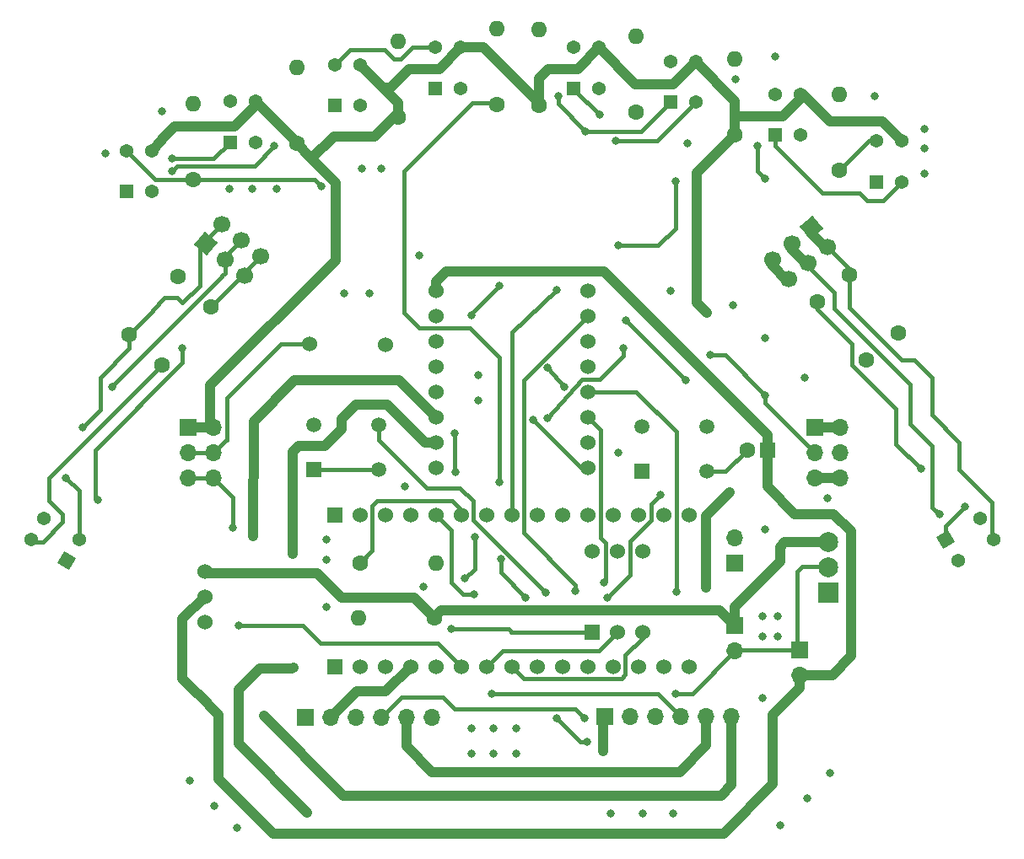
<source format=gtl>
%TF.GenerationSoftware,KiCad,Pcbnew,7.0.1*%
%TF.CreationDate,2023-06-07T19:09:20+09:00*%
%TF.ProjectId,trace,74726163-652e-46b6-9963-61645f706362,rev?*%
%TF.SameCoordinates,Original*%
%TF.FileFunction,Copper,L1,Top*%
%TF.FilePolarity,Positive*%
%FSLAX46Y46*%
G04 Gerber Fmt 4.6, Leading zero omitted, Abs format (unit mm)*
G04 Created by KiCad (PCBNEW 7.0.1) date 2023-06-07 19:09:20*
%MOMM*%
%LPD*%
G01*
G04 APERTURE LIST*
G04 Aperture macros list*
%AMHorizOval*
0 Thick line with rounded ends*
0 $1 width*
0 $2 $3 position (X,Y) of the first rounded end (center of the circle)*
0 $4 $5 position (X,Y) of the second rounded end (center of the circle)*
0 Add line between two ends*
20,1,$1,$2,$3,$4,$5,0*
0 Add two circle primitives to create the rounded ends*
1,1,$1,$2,$3*
1,1,$1,$4,$5*%
%AMRotRect*
0 Rectangle, with rotation*
0 The origin of the aperture is its center*
0 $1 length*
0 $2 width*
0 $3 Rotation angle, in degrees counterclockwise*
0 Add horizontal line*
21,1,$1,$2,0,0,$3*%
G04 Aperture macros list end*
%TA.AperFunction,ComponentPad*%
%ADD10C,1.600000*%
%TD*%
%TA.AperFunction,ComponentPad*%
%ADD11O,1.600000X1.600000*%
%TD*%
%TA.AperFunction,ComponentPad*%
%ADD12R,1.700000X1.700000*%
%TD*%
%TA.AperFunction,ComponentPad*%
%ADD13O,1.700000X1.700000*%
%TD*%
%TA.AperFunction,ComponentPad*%
%ADD14R,1.530000X1.530000*%
%TD*%
%TA.AperFunction,ComponentPad*%
%ADD15C,1.530000*%
%TD*%
%TA.AperFunction,ComponentPad*%
%ADD16C,1.524000*%
%TD*%
%TA.AperFunction,ComponentPad*%
%ADD17RotRect,1.700000X1.700000X310.000000*%
%TD*%
%TA.AperFunction,ComponentPad*%
%ADD18HorizOval,1.700000X0.000000X0.000000X0.000000X0.000000X0*%
%TD*%
%TA.AperFunction,ComponentPad*%
%ADD19R,1.508000X1.508000*%
%TD*%
%TA.AperFunction,ComponentPad*%
%ADD20C,1.508000*%
%TD*%
%TA.AperFunction,ComponentPad*%
%ADD21R,1.524000X1.524000*%
%TD*%
%TA.AperFunction,ComponentPad*%
%ADD22HorizOval,1.600000X0.000000X0.000000X0.000000X0.000000X0*%
%TD*%
%TA.AperFunction,ComponentPad*%
%ADD23RotRect,1.700000X1.700000X50.000000*%
%TD*%
%TA.AperFunction,ComponentPad*%
%ADD24HorizOval,1.700000X0.000000X0.000000X0.000000X0.000000X0*%
%TD*%
%TA.AperFunction,ComponentPad*%
%ADD25R,1.600000X1.600000*%
%TD*%
%TA.AperFunction,ComponentPad*%
%ADD26HorizOval,1.600000X0.000000X0.000000X0.000000X0.000000X0*%
%TD*%
%TA.AperFunction,ComponentPad*%
%ADD27R,1.995000X1.995000*%
%TD*%
%TA.AperFunction,ComponentPad*%
%ADD28C,1.995000*%
%TD*%
%TA.AperFunction,ComponentPad*%
%ADD29R,1.368000X1.368000*%
%TD*%
%TA.AperFunction,ComponentPad*%
%ADD30C,1.368000*%
%TD*%
%TA.AperFunction,ComponentPad*%
%ADD31RotRect,1.368000X1.368000X301.000000*%
%TD*%
%TA.AperFunction,ComponentPad*%
%ADD32RotRect,1.368000X1.368000X59.000000*%
%TD*%
%TA.AperFunction,ViaPad*%
%ADD33C,0.800000*%
%TD*%
%TA.AperFunction,Conductor*%
%ADD34C,0.400000*%
%TD*%
%TA.AperFunction,Conductor*%
%ADD35C,1.000000*%
%TD*%
G04 APERTURE END LIST*
D10*
%TO.P,R3,1*%
%TO.N,+3.3V*%
X122417500Y-60620000D03*
D11*
%TO.P,R3,2*%
%TO.N,Net-(R3-Pad2)*%
X122417500Y-53000000D03*
%TD*%
D12*
%TO.P,C2,1*%
%TO.N,+5V*%
X156217500Y-105417500D03*
D13*
%TO.P,C2,2*%
%TO.N,GND*%
X156217500Y-102877500D03*
%TD*%
D10*
%TO.P,R2,1*%
%TO.N,LLS*%
X101817500Y-66852500D03*
D11*
%TO.P,R2,2*%
%TO.N,GND*%
X101817500Y-59232500D03*
%TD*%
D10*
%TO.P,R7,1*%
%TO.N,+3.3V*%
X156217500Y-62352500D03*
D11*
%TO.P,R7,2*%
%TO.N,Net-(R7-Pad2)*%
X156217500Y-54732500D03*
%TD*%
D14*
%TO.P,U1,3_1,PA9*%
%TO.N,LHallA*%
X116037500Y-115762500D03*
D15*
%TO.P,U1,3_2,PA10*%
%TO.N,AIN1*%
X118577500Y-115762500D03*
%TO.P,U1,3_3,NRST_1*%
%TO.N,unconnected-(U1A-NRST_1-Pad3_3)*%
X121117500Y-115762500D03*
%TO.P,U1,3_4,GND_1*%
%TO.N,GND*%
X123657500Y-115762500D03*
%TO.P,U1,3_5,PA12*%
%TO.N,Net-(U13-IN)*%
X126197500Y-115762500D03*
%TO.P,U1,3_6,PB0*%
%TO.N,MRS*%
X128737500Y-115762500D03*
%TO.P,U1,3_7,PB7*%
%TO.N,SDA*%
X131277500Y-115762500D03*
%TO.P,U1,3_8,PB6*%
%TO.N,SCL*%
X133817500Y-115762500D03*
%TO.P,U1,3_9,PB1*%
%TO.N,MLS*%
X136357500Y-115762500D03*
%TO.P,U1,3_10,PF0*%
%TO.N,Net-(U1A-PF0)*%
X138897500Y-115762500D03*
%TO.P,U1,3_11,PF1*%
%TO.N,Net-(U1A-PF1)*%
X141437500Y-115762500D03*
%TO.P,U1,3_12,PA8*%
%TO.N,LHallB*%
X143977500Y-115762500D03*
%TO.P,U1,3_13,PA11*%
%TO.N,AIN2*%
X146517500Y-115762500D03*
%TO.P,U1,3_14,PB5*%
%TO.N,BIN2*%
X149057500Y-115762500D03*
%TO.P,U1,3_15,PB4*%
%TO.N,BIN1*%
X151597500Y-115762500D03*
D14*
%TO.P,U1,4_1,VIN*%
%TO.N,+5V*%
X116037500Y-100522500D03*
D15*
%TO.P,U1,4_2,GND_2*%
%TO.N,GND*%
X118577500Y-100522500D03*
%TO.P,U1,4_3,NRST_2*%
%TO.N,unconnected-(U1B-NRST_2-Pad4_3)*%
X121117500Y-100522500D03*
%TO.P,U1,4_4,+5V*%
%TO.N,+5V*%
X123657500Y-100522500D03*
%TO.P,U1,4_5,PA2*%
%TO.N,RHallB*%
X126197500Y-100522500D03*
%TO.P,U1,4_6,PA7*%
%TO.N,BSEN*%
X128737500Y-100522500D03*
%TO.P,U1,4_7,PA6*%
%TO.N,RRS*%
X131277500Y-100522500D03*
%TO.P,U1,4_8,PA5*%
%TO.N,FRS*%
X133817500Y-100522500D03*
%TO.P,U1,4_9,PA4*%
%TO.N,FLS*%
X136357500Y-100522500D03*
%TO.P,U1,4_10,PA3*%
%TO.N,LLS*%
X138897500Y-100522500D03*
%TO.P,U1,4_11,PA1*%
%TO.N,RHallA*%
X141437500Y-100522500D03*
%TO.P,U1,4_12,PA0*%
%TO.N,unconnected-(U1B-PA0-Pad4_12)*%
X143977500Y-100522500D03*
%TO.P,U1,4_13,AREF*%
%TO.N,unconnected-(U1B-AREF-Pad4_13)*%
X146517500Y-100522500D03*
%TO.P,U1,4_14,+3V3*%
%TO.N,+3.3V*%
X149057500Y-100522500D03*
%TO.P,U1,4_15,PB3*%
%TO.N,unconnected-(U1B-PB3-Pad4_15)*%
X151597500Y-100522500D03*
%TD*%
D12*
%TO.P,J1,1,Pin_1*%
%TO.N,Net-(J1-Pin_1)*%
X113097500Y-120842500D03*
D13*
%TO.P,J1,2,Pin_2*%
%TO.N,GND*%
X115637500Y-120842500D03*
%TO.P,J1,3,Pin_3*%
%TO.N,LHallA*%
X118177500Y-120842500D03*
%TO.P,J1,4,Pin_4*%
%TO.N,LHallB*%
X120717500Y-120842500D03*
%TO.P,J1,5,Pin_5*%
%TO.N,+3.3V*%
X123257500Y-120842500D03*
%TO.P,J1,6,Pin_6*%
%TO.N,Net-(J1-Pin_6)*%
X125797500Y-120842500D03*
%TD*%
D16*
%TO.P,U14,1,GND*%
%TO.N,GND*%
X126197500Y-95832500D03*
%TO.P,U14,2,BO1*%
%TO.N,Net-(J7-Pin_1)*%
X126197500Y-93292500D03*
%TO.P,U14,3,BO2*%
%TO.N,Net-(J7-Pin_6)*%
X126197500Y-90752500D03*
%TO.P,U14,4,AO2*%
%TO.N,Net-(J1-Pin_1)*%
X126197500Y-88212500D03*
%TO.P,U14,5,AO1*%
%TO.N,Net-(J1-Pin_6)*%
X126197500Y-85672500D03*
%TO.P,U14,6,GND*%
%TO.N,GND*%
X126197500Y-83132500D03*
%TO.P,U14,7,NC*%
%TO.N,unconnected-(U14-NC-Pad7)*%
X126197500Y-80592500D03*
%TO.P,U14,8,VM*%
%TO.N,VDD*%
X126197500Y-78052500D03*
%TO.P,U14,9,NC*%
%TO.N,unconnected-(U14-NC-Pad9)*%
X141437500Y-78052500D03*
%TO.P,U14,10,AIN2*%
%TO.N,AIN2*%
X141437500Y-80592500D03*
%TO.P,U14,11,AIN1*%
%TO.N,AIN1*%
X141437500Y-83132500D03*
%TO.P,U14,12,STBY*%
%TO.N,+3.3V*%
X141437500Y-85672500D03*
%TO.P,U14,13,BIN1*%
%TO.N,BIN1*%
X141437500Y-88212500D03*
%TO.P,U14,14,BIN2*%
%TO.N,BIN2*%
X141437500Y-90752500D03*
%TO.P,U14,15,NC*%
%TO.N,unconnected-(U14-NC-Pad15)*%
X141437500Y-93292500D03*
%TO.P,U14,16,GND*%
%TO.N,GND*%
X141437500Y-95832500D03*
%TD*%
D10*
%TO.P,R10,1*%
%TO.N,VCC*%
X126027500Y-110842500D03*
D11*
%TO.P,R10,2*%
%TO.N,BSEN*%
X118407500Y-110842500D03*
%TD*%
D17*
%TO.P,J2,1,Pin_1*%
%TO.N,Net-(J2-Pin_1)*%
X163864708Y-71650255D03*
D18*
%TO.P,J2,2,Pin_2*%
X165497389Y-73596008D03*
%TO.P,J2,3,Pin_3*%
%TO.N,Net-(J2-Pin_3)*%
X161918955Y-73282936D03*
%TO.P,J2,4,Pin_4*%
X163551636Y-75228688D03*
%TO.P,J2,5,Pin_5*%
%TO.N,Net-(J2-Pin_5)*%
X159973202Y-74915616D03*
%TO.P,J2,6,Pin_6*%
X161605883Y-76861369D03*
%TD*%
D19*
%TO.P,S2,1*%
%TO.N,GND*%
X146903000Y-96192500D03*
D20*
%TO.P,S2,2*%
X153403000Y-96192500D03*
%TO.P,S2,3*%
%TO.N,unconnected-(S2-Pad3)*%
X146903000Y-91692500D03*
%TO.P,S2,4*%
%TO.N,Net-(U1A-PF1)*%
X153403000Y-91692500D03*
%TD*%
D10*
%TO.P,R5,1*%
%TO.N,+3.3V*%
X136517500Y-59370000D03*
D11*
%TO.P,R5,2*%
%TO.N,Net-(R5-Pad2)*%
X136517500Y-51750000D03*
%TD*%
D10*
%TO.P,R4,1*%
%TO.N,FLS*%
X132317500Y-59310000D03*
D11*
%TO.P,R4,2*%
%TO.N,GND*%
X132317500Y-51690000D03*
%TD*%
D16*
%TO.P,U12,1,VCC*%
%TO.N,+3.3V*%
X141877500Y-104192500D03*
%TO.P,U12,2,VCCIO*%
%TO.N,unconnected-(U12-VCCIO-Pad2)*%
X144417500Y-104192500D03*
%TO.P,U12,3,3v3*%
%TO.N,+3.3V*%
X146957500Y-104192500D03*
D21*
%TO.P,U12,4,GND*%
%TO.N,GND*%
X141877500Y-112292500D03*
D16*
%TO.P,U12,5,SDA*%
%TO.N,SDA*%
X144417500Y-112292500D03*
%TO.P,U12,6,SCL*%
%TO.N,SCL*%
X146957500Y-112292500D03*
%TD*%
D12*
%TO.P,J4,1,Pin_1*%
%TO.N,+3.3V*%
X164210000Y-91750000D03*
D13*
%TO.P,J4,2,Pin_2*%
X166750000Y-91750000D03*
%TO.P,J4,3,Pin_3*%
%TO.N,GND*%
X164210000Y-94290000D03*
%TO.P,J4,4,Pin_4*%
X166750000Y-94290000D03*
%TO.P,J4,5,Pin_5*%
%TO.N,MLS*%
X164210000Y-96830000D03*
%TO.P,J4,6,Pin_6*%
X166750000Y-96830000D03*
%TD*%
D10*
%TO.P,R14,1*%
%TO.N,Net-(R14-Pad1)*%
X164523480Y-79113871D03*
D22*
%TO.P,R14,2*%
%TO.N,Net-(J2-Pin_5)*%
X169421522Y-84951130D03*
%TD*%
D12*
%TO.P,J5,1,Pin_1*%
%TO.N,+3.3V*%
X101329500Y-91725000D03*
D13*
%TO.P,J5,2,Pin_2*%
X103869500Y-91725000D03*
%TO.P,J5,3,Pin_3*%
%TO.N,GND*%
X101329500Y-94265000D03*
%TO.P,J5,4,Pin_4*%
X103869500Y-94265000D03*
%TO.P,J5,5,Pin_5*%
%TO.N,MRS*%
X101329500Y-96805000D03*
%TO.P,J5,6,Pin_6*%
X103869500Y-96805000D03*
%TD*%
D12*
%TO.P,J7,1,Pin_1*%
%TO.N,Net-(J7-Pin_1)*%
X143192500Y-120817500D03*
D13*
%TO.P,J7,2,Pin_2*%
%TO.N,GND*%
X145732500Y-120817500D03*
%TO.P,J7,3,Pin_3*%
%TO.N,RHallA*%
X148272500Y-120817500D03*
%TO.P,J7,4,Pin_4*%
%TO.N,RHallB*%
X150812500Y-120817500D03*
%TO.P,J7,5,Pin_5*%
%TO.N,+3.3V*%
X153352500Y-120817500D03*
%TO.P,J7,6,Pin_6*%
%TO.N,Net-(J7-Pin_6)*%
X155892500Y-120817500D03*
%TD*%
D23*
%TO.P,J3,1,Pin_1*%
%TO.N,Net-(J3-Pin_1)*%
X103075624Y-73257969D03*
D24*
%TO.P,J3,2,Pin_2*%
X104708305Y-71312216D03*
%TO.P,J3,3,Pin_3*%
%TO.N,Net-(J3-Pin_3)*%
X105021377Y-74890650D03*
%TO.P,J3,4,Pin_4*%
X106654057Y-72944897D03*
%TO.P,J3,5,Pin_5*%
%TO.N,Net-(J3-Pin_5)*%
X106967130Y-76523330D03*
%TO.P,J3,6,Pin_6*%
X108599810Y-74577577D03*
%TD*%
D12*
%TO.P,C1,1*%
%TO.N,VCC*%
X156217500Y-111667500D03*
D13*
%TO.P,C1,2*%
%TO.N,GND*%
X156217500Y-114207500D03*
%TD*%
D16*
%TO.P,SW1,1,A*%
%TO.N,VCC*%
X103000000Y-106210000D03*
%TO.P,SW1,2,B*%
%TO.N,VDD*%
X103000000Y-108750000D03*
%TO.P,SW1,3,C*%
%TO.N,unconnected-(SW1-C-Pad3)*%
X103000000Y-111290000D03*
%TD*%
D10*
%TO.P,R6,1*%
%TO.N,FRS*%
X146317500Y-60052500D03*
D11*
%TO.P,R6,2*%
%TO.N,GND*%
X146317500Y-52432500D03*
%TD*%
D25*
%TO.P,C3,1*%
%TO.N,VDD*%
X159500000Y-94000000D03*
D10*
%TO.P,C3,2*%
%TO.N,GND*%
X157500000Y-94000000D03*
%TD*%
%TO.P,R12,1*%
%TO.N,Net-(R12-Pad1)*%
X98737480Y-85459130D03*
D26*
%TO.P,R12,2*%
%TO.N,Net-(J3-Pin_5)*%
X103635522Y-79621871D03*
%TD*%
D10*
%TO.P,R9,1*%
%TO.N,Net-(J3-Pin_1)*%
X95435480Y-82411130D03*
D26*
%TO.P,R9,2*%
%TO.N,Net-(R9-Pad2)*%
X100333522Y-76573871D03*
%TD*%
D16*
%TO.P,U13,1,IN*%
%TO.N,Net-(U13-IN)*%
X121117500Y-83442500D03*
%TO.P,U13,2,OUT*%
%TO.N,GND*%
X113517500Y-83392500D03*
%TD*%
D12*
%TO.P,J6,1,Pin_1*%
%TO.N,GND*%
X162717500Y-114067500D03*
D13*
%TO.P,J6,2,Pin_2*%
%TO.N,VDD*%
X162717500Y-116607500D03*
%TD*%
D19*
%TO.P,S1,1*%
%TO.N,GND*%
X113967500Y-95992500D03*
D20*
%TO.P,S1,2*%
X120467500Y-95992500D03*
%TO.P,S1,3*%
%TO.N,unconnected-(S1-Pad3)*%
X113967500Y-91492500D03*
%TO.P,S1,4*%
%TO.N,Net-(U1A-PF0)*%
X120467500Y-91492500D03*
%TD*%
D10*
%TO.P,R1,1*%
%TO.N,+3.3V*%
X112217500Y-63252500D03*
D11*
%TO.P,R1,2*%
%TO.N,Net-(R1-Pad2)*%
X112217500Y-55632500D03*
%TD*%
D10*
%TO.P,R8,1*%
%TO.N,RRS*%
X166717500Y-65952500D03*
D11*
%TO.P,R8,2*%
%TO.N,GND*%
X166717500Y-58332500D03*
%TD*%
D10*
%TO.P,R13,1*%
%TO.N,Net-(J2-Pin_1)*%
X167698480Y-76446871D03*
D22*
%TO.P,R13,2*%
%TO.N,Net-(R13-Pad2)*%
X172596522Y-82284130D03*
%TD*%
D10*
%TO.P,R11,1*%
%TO.N,BSEN*%
X118607500Y-105342500D03*
D11*
%TO.P,R11,2*%
%TO.N,GND*%
X126227500Y-105342500D03*
%TD*%
D27*
%TO.P,\u4E09\u7AEF\u5B501,1,Pin_1*%
%TO.N,+5V*%
X165592500Y-108382500D03*
D28*
%TO.P,\u4E09\u7AEF\u5B501,2,Pin_2*%
%TO.N,GND*%
X165592500Y-105842500D03*
%TO.P,\u4E09\u7AEF\u5B501,3,Pin_3*%
%TO.N,VCC*%
X165592500Y-103302500D03*
%TD*%
D29*
%TO.P,U9,1*%
%TO.N,Net-(U8-Pad4)*%
X160247500Y-62392500D03*
D30*
%TO.P,U9,2*%
%TO.N,RRS*%
X160247500Y-58292500D03*
%TO.P,U9,3*%
%TO.N,+3.3V*%
X162787500Y-58292500D03*
%TO.P,U9,4*%
%TO.N,GND*%
X162787500Y-62392500D03*
%TD*%
D31*
%TO.P,U11,1*%
%TO.N,Net-(R13-Pad2)*%
X177338709Y-102967226D03*
D30*
%TO.P,U11,2*%
%TO.N,Net-(R14-Pad1)*%
X180853095Y-100855569D03*
%TO.P,U11,3*%
%TO.N,Net-(J2-Pin_1)*%
X182161291Y-103032774D03*
%TO.P,U11,4*%
%TO.N,Net-(J2-Pin_3)*%
X178646905Y-105144431D03*
%TD*%
D29*
%TO.P,U8,1*%
%TO.N,Net-(R7-Pad2)*%
X170464291Y-67092500D03*
D30*
%TO.P,U8,2*%
%TO.N,RRS*%
X170464291Y-62992500D03*
%TO.P,U8,3*%
%TO.N,+3.3V*%
X173004291Y-62992500D03*
%TO.P,U8,4*%
%TO.N,Net-(U8-Pad4)*%
X173004291Y-67092500D03*
%TD*%
D29*
%TO.P,U4,1*%
%TO.N,Net-(R3-Pad2)*%
X126147500Y-57692500D03*
D30*
%TO.P,U4,2*%
%TO.N,FLS*%
X126147500Y-53592500D03*
%TO.P,U4,3*%
%TO.N,+3.3V*%
X128687500Y-53592500D03*
%TO.P,U4,4*%
%TO.N,Net-(U4-Pad4)*%
X128687500Y-57692500D03*
%TD*%
D32*
%TO.P,U10,1*%
%TO.N,Net-(R9-Pad2)*%
X89103095Y-105144431D03*
D30*
%TO.P,U10,2*%
%TO.N,Net-(R12-Pad1)*%
X85588709Y-103032774D03*
%TO.P,U10,3*%
%TO.N,Net-(J3-Pin_1)*%
X86896905Y-100855569D03*
%TO.P,U10,4*%
%TO.N,Net-(J3-Pin_3)*%
X90411291Y-102967226D03*
%TD*%
D29*
%TO.P,U5,1*%
%TO.N,Net-(U4-Pad4)*%
X116060710Y-59442500D03*
D30*
%TO.P,U5,2*%
%TO.N,FLS*%
X116060710Y-55342500D03*
%TO.P,U5,3*%
%TO.N,+3.3V*%
X118600710Y-55342500D03*
%TO.P,U5,4*%
%TO.N,GND*%
X118600710Y-59442500D03*
%TD*%
D29*
%TO.P,U7,1*%
%TO.N,Net-(U6-Pad4)*%
X140047500Y-57692500D03*
D30*
%TO.P,U7,2*%
%TO.N,FRS*%
X140047500Y-53592500D03*
%TO.P,U7,3*%
%TO.N,+3.3V*%
X142587500Y-53592500D03*
%TO.P,U7,4*%
%TO.N,GND*%
X142587500Y-57692500D03*
%TD*%
D29*
%TO.P,U2,1*%
%TO.N,Net-(R1-Pad2)*%
X95117500Y-68042500D03*
D30*
%TO.P,U2,2*%
%TO.N,LLS*%
X95117500Y-63942500D03*
%TO.P,U2,3*%
%TO.N,+3.3V*%
X97657500Y-63942500D03*
%TO.P,U2,4*%
%TO.N,Net-(U2-Pad4)*%
X97657500Y-68042500D03*
%TD*%
D29*
%TO.P,U6,1*%
%TO.N,Net-(R5-Pad2)*%
X149747500Y-59092500D03*
D30*
%TO.P,U6,2*%
%TO.N,FRS*%
X149747500Y-54992500D03*
%TO.P,U6,3*%
%TO.N,+3.3V*%
X152287500Y-54992500D03*
%TO.P,U6,4*%
%TO.N,Net-(U6-Pad4)*%
X152287500Y-59092500D03*
%TD*%
D29*
%TO.P,U3,1*%
%TO.N,Net-(U2-Pad4)*%
X105547500Y-63092500D03*
D30*
%TO.P,U3,2*%
%TO.N,LLS*%
X105547500Y-58992500D03*
%TO.P,U3,3*%
%TO.N,+3.3V*%
X108087500Y-58992500D03*
%TO.P,U3,4*%
%TO.N,GND*%
X108087500Y-63092500D03*
%TD*%
D33*
%TO.N,Net-(J3-Pin_3)*%
X89100000Y-96800000D03*
%TO.N,RRS*%
X137417500Y-90842500D03*
%TO.N,+3.3V*%
X153317500Y-107842500D03*
X155717500Y-98242500D03*
X153417500Y-80242500D03*
%TO.N,Net-(R1-Pad2)*%
X99750000Y-66000000D03*
X110000000Y-63500000D03*
%TO.N,LLS*%
X137417500Y-85742500D03*
X139117500Y-87642500D03*
X114717500Y-67500000D03*
%TO.N,GND*%
X159000000Y-112750000D03*
X175250000Y-61750000D03*
X117000000Y-78250000D03*
X159250000Y-102000000D03*
X150250000Y-118500000D03*
X159250000Y-82750000D03*
X136000000Y-91000000D03*
X160500000Y-112750000D03*
X130500000Y-86500000D03*
X163500000Y-129000000D03*
X123100000Y-97700000D03*
X159000000Y-110750000D03*
X170250000Y-58500000D03*
X144500000Y-94250000D03*
X118750000Y-65750000D03*
X120750000Y-65750000D03*
X132000000Y-122000000D03*
X134250000Y-122000000D03*
X163250000Y-86750000D03*
X147000000Y-130500000D03*
X145250000Y-81000000D03*
X105500000Y-67750000D03*
X143750000Y-130500000D03*
X159000000Y-118900000D03*
X104000000Y-129750000D03*
X175250000Y-63750000D03*
X101500000Y-127250000D03*
X125000000Y-107750000D03*
X165750000Y-126500000D03*
X129750000Y-80500000D03*
X149750000Y-78000000D03*
X160250000Y-54500000D03*
X130500000Y-89000000D03*
X160500000Y-110750000D03*
X134250000Y-124500000D03*
X115250000Y-103000000D03*
X132600000Y-77500000D03*
X153750000Y-84500000D03*
X175250000Y-66250000D03*
X124500000Y-74500000D03*
X129750000Y-122000000D03*
X132000000Y-124500000D03*
X115250000Y-109750000D03*
X150000000Y-130500000D03*
X156000000Y-79500000D03*
X127750000Y-112000000D03*
X110250000Y-67750000D03*
X106250000Y-132000000D03*
X129750000Y-124500000D03*
X151500000Y-63250000D03*
X160750000Y-131750000D03*
X151250000Y-87000000D03*
X107750000Y-67750000D03*
X159250000Y-88500000D03*
X119500000Y-78250000D03*
X93000000Y-64250000D03*
X98750000Y-60000000D03*
X156250000Y-56750000D03*
X165500000Y-98900000D03*
X115250000Y-105000000D03*
%TO.N,FLS*%
X132617500Y-97242500D03*
%TO.N,Net-(R5-Pad2)*%
X138500000Y-58500000D03*
X141250000Y-62000000D03*
%TO.N,FRS*%
X144500000Y-73500000D03*
X150250000Y-67000000D03*
X138317500Y-77942500D03*
%TO.N,Net-(R7-Pad2)*%
X158500000Y-63500000D03*
X159250000Y-66750000D03*
%TO.N,RRS*%
X145000000Y-83750000D03*
%TO.N,Net-(U2-Pad4)*%
X99750000Y-64750000D03*
%TO.N,Net-(U6-Pad4)*%
X142625000Y-60375000D03*
X144250000Y-63000000D03*
%TO.N,Net-(J3-Pin_1)*%
X90750000Y-91750000D03*
%TO.N,Net-(R9-Pad2)*%
X100750000Y-83750000D03*
X92250000Y-99000000D03*
%TO.N,Net-(R13-Pad2)*%
X179300000Y-99700000D03*
%TO.N,Net-(R14-Pad1)*%
X174900000Y-95900000D03*
%TO.N,Net-(J3-Pin_3)*%
X93700000Y-87700000D03*
%TO.N,Net-(J2-Pin_3)*%
X176750000Y-100500000D03*
%TO.N,MLS*%
X138317500Y-120942500D03*
X141417500Y-123342500D03*
%TO.N,MRS*%
X106417500Y-111642500D03*
X105817500Y-101800000D03*
%TO.N,Net-(U1A-PF0)*%
X137217500Y-108342500D03*
%TO.N,Net-(U1A-PF1)*%
X148717500Y-98542500D03*
X143417500Y-108842500D03*
%TO.N,Net-(U13-IN)*%
X129117500Y-106942500D03*
X128217500Y-96242500D03*
X130117500Y-102750000D03*
X128117500Y-92342500D03*
%TO.N,BIN2*%
X143117500Y-107342500D03*
%TO.N,BIN1*%
X150317500Y-108242500D03*
%TO.N,AIN2*%
X140217500Y-108142500D03*
%TO.N,Net-(J7-Pin_6)*%
X108917500Y-120742500D03*
X107817500Y-102642500D03*
%TO.N,Net-(J7-Pin_1)*%
X111917500Y-115842500D03*
X111817500Y-104442500D03*
X143017500Y-124242500D03*
X113300000Y-130400000D03*
%TO.N,RHallA*%
X135217500Y-108842500D03*
X132717500Y-104942500D03*
%TO.N,RHallB*%
X130017500Y-108542500D03*
X131817500Y-118542500D03*
%TO.N,LHallB*%
X141117500Y-120942500D03*
%TD*%
D34*
%TO.N,Net-(U13-IN)*%
X130117500Y-105942500D02*
X129117500Y-106942500D01*
X130117500Y-102750000D02*
X130117500Y-105942500D01*
%TO.N,Net-(J2-Pin_3)*%
X163484730Y-75484730D02*
X163484730Y-75431314D01*
X166200000Y-78200000D02*
X163484730Y-75484730D01*
X166200000Y-79800000D02*
X166200000Y-78200000D01*
X173800000Y-91400000D02*
X173800000Y-87400000D01*
X176000000Y-93600000D02*
X173800000Y-91400000D01*
X176000000Y-99750000D02*
X176000000Y-93600000D01*
X173800000Y-87400000D02*
X166200000Y-79800000D01*
X176750000Y-100500000D02*
X176000000Y-99750000D01*
%TO.N,Net-(J3-Pin_3)*%
X90411291Y-98111291D02*
X90411291Y-102967226D01*
X89100000Y-96800000D02*
X90411291Y-98111291D01*
%TO.N,Net-(J2-Pin_1)*%
X182000000Y-102871483D02*
X182161291Y-103032774D01*
X182000000Y-99250000D02*
X182000000Y-102871483D01*
X178750000Y-93250000D02*
X178750000Y-96000000D01*
X174250000Y-85000000D02*
X176000000Y-86750000D01*
X173000000Y-85000000D02*
X174250000Y-85000000D01*
X176000000Y-90500000D02*
X178750000Y-93250000D01*
X178750000Y-96000000D02*
X182000000Y-99250000D01*
X167698480Y-79698480D02*
X173000000Y-85000000D01*
X167698480Y-76446871D02*
X167698480Y-79698480D01*
X176000000Y-86750000D02*
X176000000Y-90500000D01*
%TO.N,Net-(R9-Pad2)*%
X92000000Y-98750000D02*
X92250000Y-99000000D01*
X100750000Y-83750000D02*
X100750000Y-85250000D01*
X92000000Y-94000000D02*
X92000000Y-98750000D01*
X100750000Y-85250000D02*
X92000000Y-94000000D01*
%TO.N,RRS*%
X145000000Y-84560000D02*
X142617500Y-86942500D01*
X140917500Y-86942500D02*
X137417500Y-90842500D01*
X142617500Y-86942500D02*
X140917500Y-86942500D01*
X145000000Y-83750000D02*
X145000000Y-84560000D01*
%TO.N,Net-(U6-Pad4)*%
X148380000Y-63000000D02*
X152287500Y-59092500D01*
X144250000Y-63000000D02*
X148380000Y-63000000D01*
D35*
%TO.N,+3.3V*%
X112217500Y-63122500D02*
X108087500Y-58992500D01*
X152400000Y-79225000D02*
X153417500Y-80242500D01*
X120080000Y-62500000D02*
X122417500Y-60162500D01*
X130957500Y-53592500D02*
X136517500Y-59152500D01*
X122417500Y-60162500D02*
X122417500Y-59159290D01*
X164210000Y-91750000D02*
X166750000Y-91750000D01*
X116000000Y-62500000D02*
X120080000Y-62500000D01*
X116117500Y-67152500D02*
X116117500Y-74942500D01*
X123500000Y-55750000D02*
X126530000Y-55750000D01*
X156217500Y-58967500D02*
X156217500Y-60750000D01*
X163042500Y-58292500D02*
X165750000Y-61000000D01*
X108087500Y-59412500D02*
X108087500Y-58992500D01*
X142587500Y-53592500D02*
X142592500Y-53592500D01*
X146250000Y-57250000D02*
X150030000Y-57250000D01*
X122417500Y-59159290D02*
X120879105Y-57620895D01*
X113732500Y-64767500D02*
X116000000Y-62500000D01*
X152400000Y-79225000D02*
X152400000Y-66170000D01*
X125817500Y-126342500D02*
X150717500Y-126342500D01*
X161000000Y-60500000D02*
X156467500Y-60500000D01*
X152400000Y-66170000D02*
X156217500Y-62352500D01*
X162787500Y-58292500D02*
X163042500Y-58292500D01*
X137500000Y-55750000D02*
X140430000Y-55750000D01*
X120879105Y-57620895D02*
X121629105Y-57620895D01*
X101329500Y-91725000D02*
X103869500Y-91725000D01*
X156217500Y-60750000D02*
X156217500Y-62352500D01*
X142592500Y-53592500D02*
X146250000Y-57250000D01*
X113732500Y-64767500D02*
X112217500Y-63252500D01*
X128687500Y-53592500D02*
X130957500Y-53592500D01*
X121629105Y-57620895D02*
X123500000Y-55750000D01*
X97657500Y-63942500D02*
X98750000Y-62850000D01*
X153352500Y-123707500D02*
X153352500Y-120817500D01*
X116117500Y-74942500D02*
X103517500Y-87542500D01*
X152287500Y-55037500D02*
X156217500Y-58967500D01*
X162787500Y-58292500D02*
X162787500Y-58712500D01*
X156467500Y-60500000D02*
X156217500Y-60750000D01*
X116117500Y-67152500D02*
X113732500Y-64767500D01*
X153317500Y-100642500D02*
X155717500Y-98242500D01*
X162787500Y-58712500D02*
X161000000Y-60500000D01*
X103517500Y-91373000D02*
X103869500Y-91725000D01*
X98750000Y-62850000D02*
X98750000Y-62750000D01*
X136517500Y-56732500D02*
X137500000Y-55750000D01*
X123257500Y-123782500D02*
X125817500Y-126342500D01*
X140430000Y-55750000D02*
X142587500Y-53592500D01*
X123257500Y-120842500D02*
X123257500Y-123782500D01*
X171011791Y-61000000D02*
X173004291Y-62992500D01*
X98750000Y-62750000D02*
X100000000Y-61500000D01*
X136517500Y-59152500D02*
X136517500Y-56732500D01*
X106000000Y-61500000D02*
X108087500Y-59412500D01*
X165750000Y-61000000D02*
X171011791Y-61000000D01*
X120879105Y-57620895D02*
X118600710Y-55342500D01*
X100000000Y-61500000D02*
X106000000Y-61500000D01*
X150717500Y-126342500D02*
X153352500Y-123707500D01*
X150030000Y-57250000D02*
X152287500Y-54992500D01*
X103517500Y-87542500D02*
X103517500Y-91373000D01*
X126530000Y-55750000D02*
X128687500Y-53592500D01*
X153317500Y-107842500D02*
X153317500Y-100642500D01*
X152287500Y-54992500D02*
X152287500Y-55037500D01*
D34*
%TO.N,Net-(R1-Pad2)*%
X100250000Y-65500000D02*
X107000000Y-65500000D01*
X107000000Y-65500000D02*
X108000000Y-65500000D01*
X99750000Y-66000000D02*
X100250000Y-65500000D01*
X108000000Y-65500000D02*
X110000000Y-63500000D01*
%TO.N,LLS*%
X101817500Y-66852500D02*
X98027500Y-66852500D01*
X114717500Y-67500000D02*
X114070000Y-66852500D01*
X114070000Y-66852500D02*
X101817500Y-66852500D01*
X137417500Y-85742500D02*
X139117500Y-87642500D01*
X98027500Y-66852500D02*
X95117500Y-63942500D01*
%TO.N,GND*%
X105134500Y-93000000D02*
X105250000Y-93000000D01*
D35*
X121170000Y-118250000D02*
X123657500Y-115762500D01*
D34*
X155250000Y-84500000D02*
X159250000Y-88500000D01*
D35*
X115637500Y-120842500D02*
X115657500Y-120842500D01*
D34*
X150250000Y-118500000D02*
X151925000Y-118500000D01*
X163000000Y-105750000D02*
X165500000Y-105750000D01*
X136000000Y-91000000D02*
X140832500Y-95832500D01*
X127750000Y-112000000D02*
X133500000Y-112000000D01*
X101329500Y-94265000D02*
X103869500Y-94265000D01*
X103869500Y-94265000D02*
X105134500Y-93000000D01*
X159250000Y-89330000D02*
X159250000Y-88500000D01*
X165500000Y-105750000D02*
X165592500Y-105842500D01*
X155307500Y-96192500D02*
X157500000Y-94000000D01*
X153403000Y-96192500D02*
X155307500Y-96192500D01*
D35*
X115657500Y-120842500D02*
X118250000Y-118250000D01*
D34*
X164210000Y-94290000D02*
X159250000Y-89330000D01*
X110607500Y-83392500D02*
X105250000Y-88750000D01*
D35*
X118250000Y-118250000D02*
X121170000Y-118250000D01*
D34*
X133792500Y-112292500D02*
X133750000Y-112250000D01*
X141877500Y-112292500D02*
X133792500Y-112292500D01*
X156357500Y-114067500D02*
X162717500Y-114067500D01*
X162500000Y-106250000D02*
X163000000Y-105750000D01*
X105250000Y-93000000D02*
X105250000Y-88750000D01*
X113517500Y-83392500D02*
X110607500Y-83392500D01*
X162500000Y-113850000D02*
X162500000Y-106250000D01*
X145250000Y-81000000D02*
X151250000Y-87000000D01*
X153750000Y-84500000D02*
X155250000Y-84500000D01*
X162717500Y-114067500D02*
X162500000Y-113850000D01*
X140832500Y-95832500D02*
X141437500Y-95832500D01*
X129750000Y-80350000D02*
X132600000Y-77500000D01*
X156217500Y-114207500D02*
X156357500Y-114067500D01*
X151925000Y-118500000D02*
X156217500Y-114207500D01*
X129750000Y-80500000D02*
X129750000Y-80350000D01*
X113967500Y-95992500D02*
X120467500Y-95992500D01*
X133500000Y-112000000D02*
X133750000Y-112250000D01*
%TO.N,FLS*%
X124517500Y-81742500D02*
X129617500Y-81742500D01*
X123017500Y-80242500D02*
X124517500Y-81742500D01*
X129865000Y-59152500D02*
X132317500Y-59152500D01*
X129617500Y-81742500D02*
X132617500Y-84742500D01*
X132617500Y-84742500D02*
X132617500Y-97242500D01*
X117576605Y-53826605D02*
X116060710Y-55342500D01*
X122685000Y-54750000D02*
X122000000Y-54750000D01*
X122000000Y-54750000D02*
X121076605Y-53826605D01*
X121076605Y-53826605D02*
X117576605Y-53826605D01*
X123842500Y-53592500D02*
X122685000Y-54750000D01*
X126147500Y-53592500D02*
X123842500Y-53592500D01*
X123017500Y-66000000D02*
X129865000Y-59152500D01*
X123017500Y-66000000D02*
X123017500Y-80242500D01*
%TO.N,Net-(R5-Pad2)*%
X149747500Y-59092500D02*
X146840000Y-62000000D01*
X141250000Y-62000000D02*
X138500000Y-59250000D01*
X146840000Y-62000000D02*
X141250000Y-62000000D01*
X138500000Y-59250000D02*
X138500000Y-58500000D01*
%TO.N,FRS*%
X150250000Y-67000000D02*
X150250000Y-71750000D01*
X148500000Y-73500000D02*
X144500000Y-73500000D01*
X133817500Y-100522500D02*
X133817500Y-82142500D01*
X133817500Y-82142500D02*
X138317500Y-77942500D01*
X150250000Y-71750000D02*
X148500000Y-73500000D01*
%TO.N,Net-(R7-Pad2)*%
X158500000Y-63500000D02*
X158500000Y-66000000D01*
X158500000Y-66000000D02*
X159250000Y-66750000D01*
%TO.N,RRS*%
X170464291Y-62992500D02*
X169677500Y-62992500D01*
X169677500Y-62992500D02*
X166717500Y-65952500D01*
%TO.N,Net-(U2-Pad4)*%
X103890000Y-64750000D02*
X105547500Y-63092500D01*
X99750000Y-64750000D02*
X103890000Y-64750000D01*
%TO.N,Net-(U6-Pad4)*%
X140047500Y-57797500D02*
X140047500Y-57692500D01*
X142625000Y-60375000D02*
X140047500Y-57797500D01*
%TO.N,Net-(U8-Pad4)*%
X168750000Y-68250000D02*
X169500000Y-69000000D01*
X171096791Y-69000000D02*
X173004291Y-67092500D01*
X160247500Y-63497500D02*
X165000000Y-68250000D01*
X160247500Y-62392500D02*
X160247500Y-63497500D01*
X165000000Y-68250000D02*
X168750000Y-68250000D01*
X169500000Y-69000000D02*
X171096791Y-69000000D01*
D35*
%TO.N,VCC*%
X103192500Y-106402500D02*
X103000000Y-106210000D01*
X126727500Y-110142500D02*
X126027500Y-110842500D01*
X114277500Y-106402500D02*
X103192500Y-106402500D01*
X124027500Y-108842500D02*
X126027500Y-110842500D01*
X114277500Y-106402500D02*
X116717500Y-108842500D01*
X160750000Y-105250000D02*
X160750000Y-103750000D01*
X154692500Y-110142500D02*
X126727500Y-110142500D01*
X156217500Y-111667500D02*
X154692500Y-110142500D01*
X156217500Y-111667500D02*
X156217500Y-109782500D01*
X156217500Y-109782500D02*
X160750000Y-105250000D01*
X160750000Y-103750000D02*
X161197500Y-103302500D01*
X116717500Y-108842500D02*
X124027500Y-108842500D01*
X161197500Y-103302500D02*
X165592500Y-103302500D01*
D34*
%TO.N,BSEN*%
X128737500Y-100522500D02*
X128737500Y-100062500D01*
X118607500Y-105342500D02*
X119817500Y-104132500D01*
X120317500Y-99142500D02*
X119817500Y-99642500D01*
X127817500Y-99142500D02*
X120317500Y-99142500D01*
X119817500Y-104132500D02*
X119817500Y-99642500D01*
X128737500Y-100062500D02*
X127817500Y-99142500D01*
%TO.N,Net-(J3-Pin_1)*%
X102500000Y-73833593D02*
X103075624Y-73257969D01*
X100250000Y-78750000D02*
X100750000Y-79250000D01*
X95435480Y-83814520D02*
X92500000Y-86750000D01*
X102500000Y-77500000D02*
X102500000Y-73833593D01*
X103075624Y-72944897D02*
X104708305Y-71312216D01*
X95435480Y-82411130D02*
X95435480Y-83814520D01*
X103075624Y-73257969D02*
X103075624Y-72944897D01*
X99000000Y-78750000D02*
X100250000Y-78750000D01*
X92500000Y-90000000D02*
X92500000Y-86750000D01*
X97750000Y-80096610D02*
X97750000Y-80000000D01*
X95435480Y-82411130D02*
X97750000Y-80096610D01*
X90750000Y-91750000D02*
X92500000Y-90000000D01*
X100750000Y-79250000D02*
X102500000Y-77500000D01*
X97750000Y-80000000D02*
X99000000Y-78750000D01*
%TO.N,Net-(R12-Pad1)*%
X86750000Y-103250000D02*
X85805935Y-103250000D01*
X87400000Y-99150000D02*
X88750000Y-100500000D01*
X87400000Y-96850000D02*
X87400000Y-99150000D01*
X98737480Y-85459130D02*
X98737480Y-85512520D01*
X98737480Y-85512520D02*
X87400000Y-96850000D01*
X85805935Y-103250000D02*
X85588709Y-103032774D01*
X88750000Y-101250000D02*
X86750000Y-103250000D01*
X88750000Y-100500000D02*
X88750000Y-101250000D01*
%TO.N,Net-(J3-Pin_5)*%
X106967130Y-76523330D02*
X106734063Y-76523330D01*
X106967130Y-76210257D02*
X108599810Y-74577577D01*
X106734063Y-76523330D02*
X103635522Y-79621871D01*
X106967130Y-76523330D02*
X106967130Y-76210257D01*
%TO.N,Net-(J2-Pin_1)*%
X167698480Y-76446871D02*
X167698480Y-75797099D01*
X167698480Y-75797099D02*
X165497389Y-73596008D01*
D35*
X163797802Y-71852881D02*
X163797802Y-72165953D01*
X163797802Y-72165953D02*
X165430483Y-73798634D01*
D34*
%TO.N,Net-(R13-Pad2)*%
X177338709Y-101661291D02*
X177338709Y-102967226D01*
X179300000Y-99700000D02*
X177338709Y-101661291D01*
%TO.N,Net-(R14-Pad1)*%
X168000000Y-83400000D02*
X168000000Y-85500000D01*
X164523480Y-79113871D02*
X164523480Y-79923480D01*
X172400000Y-89900000D02*
X172400000Y-93400000D01*
X168000000Y-85500000D02*
X172400000Y-89900000D01*
X164523480Y-79923480D02*
X168000000Y-83400000D01*
X172400000Y-93400000D02*
X174900000Y-95900000D01*
D35*
%TO.N,Net-(J2-Pin_5)*%
X159906296Y-75431314D02*
X161538977Y-77063995D01*
X159906296Y-75118242D02*
X159906296Y-75431314D01*
D34*
%TO.N,Net-(J3-Pin_3)*%
X105021377Y-74890650D02*
X105021377Y-76228623D01*
X105021377Y-74577577D02*
X106654057Y-72944897D01*
X105021377Y-74890650D02*
X105021377Y-74577577D01*
X104750000Y-76550000D02*
X93700000Y-87600000D01*
X104750000Y-76500000D02*
X104750000Y-76550000D01*
X93700000Y-87600000D02*
X93700000Y-87700000D01*
X105021377Y-76228623D02*
X104750000Y-76500000D01*
D35*
%TO.N,Net-(J2-Pin_3)*%
X161852049Y-73485562D02*
X161852049Y-73798633D01*
X161852049Y-73798633D02*
X163484730Y-75431314D01*
%TO.N,MLS*%
X166750000Y-96830000D02*
X164210000Y-96830000D01*
D34*
X138317500Y-120942500D02*
X140717500Y-123342500D01*
X140717500Y-123342500D02*
X141417500Y-123342500D01*
%TO.N,MRS*%
X103869500Y-96805000D02*
X105817500Y-98753000D01*
X126417500Y-113442500D02*
X128737500Y-115762500D01*
X106417500Y-111642500D02*
X112817500Y-111642500D01*
X112817500Y-111642500D02*
X114617500Y-113442500D01*
X105817500Y-98753000D02*
X105817500Y-101800000D01*
X114617500Y-113442500D02*
X126417500Y-113442500D01*
X101329500Y-96805000D02*
X103869500Y-96805000D01*
%TO.N,SCL*%
X146957500Y-112292500D02*
X146957500Y-112902500D01*
X133837500Y-115762500D02*
X133817500Y-115762500D01*
X145217500Y-114642500D02*
X145217500Y-116542500D01*
X146957500Y-112902500D02*
X145217500Y-114642500D01*
X145217500Y-116542500D02*
X144817500Y-116942500D01*
X144817500Y-116942500D02*
X135017500Y-116942500D01*
X135017500Y-116942500D02*
X133837500Y-115762500D01*
%TO.N,SDA*%
X142567500Y-114142500D02*
X132897500Y-114142500D01*
X132897500Y-114142500D02*
X131277500Y-115762500D01*
X144417500Y-112292500D02*
X142567500Y-114142500D01*
D35*
%TO.N,VDD*%
X162250000Y-100442500D02*
X166142500Y-100442500D01*
X160017500Y-120642500D02*
X160017500Y-127582500D01*
X126197500Y-78052500D02*
X126197500Y-77062500D01*
X102317500Y-118542500D02*
X102292500Y-118542500D01*
X126197500Y-77062500D02*
X127217500Y-76042500D01*
X165992500Y-116607500D02*
X162717500Y-116607500D01*
X104417500Y-127060000D02*
X109900000Y-132542500D01*
X159500000Y-92500000D02*
X143042500Y-76042500D01*
X159500000Y-94000000D02*
X159500000Y-97692500D01*
X167900000Y-102200000D02*
X167900000Y-114700000D01*
X100750000Y-111000000D02*
X103000000Y-108750000D01*
X155057500Y-132542500D02*
X109900000Y-132542500D01*
X104417500Y-120642500D02*
X102317500Y-118542500D01*
X160017500Y-127582500D02*
X155057500Y-132542500D01*
X100750000Y-117000000D02*
X100750000Y-111000000D01*
X162717500Y-116607500D02*
X162717500Y-117942500D01*
X166142500Y-100442500D02*
X167900000Y-102200000D01*
X162717500Y-117942500D02*
X160017500Y-120642500D01*
X102292500Y-118542500D02*
X100750000Y-117000000D01*
X167900000Y-114700000D02*
X165992500Y-116607500D01*
X159500000Y-94000000D02*
X159500000Y-92500000D01*
X104417500Y-120642500D02*
X104417500Y-127060000D01*
X127217500Y-76042500D02*
X143042500Y-76042500D01*
X159500000Y-97692500D02*
X162250000Y-100442500D01*
D34*
%TO.N,Net-(U1A-PF0)*%
X120467500Y-92992500D02*
X125317500Y-97842500D01*
X129917500Y-101042500D02*
X137217500Y-108342500D01*
X128617500Y-97842500D02*
X129917500Y-99142500D01*
X125317500Y-97842500D02*
X128617500Y-97842500D01*
X129917500Y-99142500D02*
X129917500Y-101042500D01*
X120467500Y-91492500D02*
X120467500Y-92992500D01*
%TO.N,Net-(U1A-PF1)*%
X147817500Y-101042500D02*
X145717500Y-103142500D01*
X147817500Y-99742500D02*
X147817500Y-101042500D01*
X148717500Y-98542500D02*
X147817500Y-99442500D01*
X145717500Y-103142500D02*
X145717500Y-106542500D01*
X145717500Y-106542500D02*
X143417500Y-108842500D01*
X147817500Y-99442500D02*
X147817500Y-99742500D01*
%TO.N,Net-(U13-IN)*%
X128117500Y-96142500D02*
X128217500Y-96242500D01*
X128117500Y-92342500D02*
X128117500Y-96142500D01*
%TO.N,BIN2*%
X143217500Y-103342500D02*
X143217500Y-107242500D01*
X143217500Y-107242500D02*
X143117500Y-107342500D01*
X142717500Y-92032500D02*
X142717500Y-102842500D01*
X142717500Y-102842500D02*
X143217500Y-103342500D01*
X141437500Y-90752500D02*
X142717500Y-92032500D01*
%TO.N,BIN1*%
X146317500Y-88212500D02*
X141437500Y-88212500D01*
X150317500Y-108242500D02*
X150317500Y-92212500D01*
X150317500Y-92212500D02*
X146317500Y-88212500D01*
%TO.N,AIN2*%
X140217500Y-108142500D02*
X140217500Y-108042500D01*
X135017500Y-87012500D02*
X135017500Y-102342500D01*
X135017500Y-102342500D02*
X140217500Y-107542500D01*
X141437500Y-80592500D02*
X135017500Y-87012500D01*
X140217500Y-107542500D02*
X140217500Y-108142500D01*
D35*
%TO.N,Net-(J7-Pin_6)*%
X126197500Y-90752500D02*
X122487500Y-87042500D01*
X107917500Y-91142500D02*
X107917500Y-91242500D01*
X155892500Y-127667500D02*
X155892500Y-120817500D01*
X107917500Y-91242500D02*
X107817500Y-102642500D01*
X108917500Y-120742500D02*
X116917500Y-128742500D01*
X122487500Y-87042500D02*
X112017500Y-87042500D01*
X112017500Y-87042500D02*
X107917500Y-91142500D01*
X116917500Y-128742500D02*
X154817500Y-128742500D01*
X154817500Y-128742500D02*
X155892500Y-127667500D01*
%TO.N,Net-(J7-Pin_1)*%
X121317500Y-89442500D02*
X125167500Y-93292500D01*
X111817500Y-104442500D02*
X111817500Y-94242500D01*
X108500000Y-116000000D02*
X111760000Y-116000000D01*
X106417500Y-118082500D02*
X108500000Y-116000000D01*
X111817500Y-94242500D02*
X112417500Y-93642500D01*
X106417500Y-123517500D02*
X113300000Y-130400000D01*
X116717500Y-90942500D02*
X118217500Y-89442500D01*
X143017500Y-124242500D02*
X143017500Y-120992500D01*
X111760000Y-116000000D02*
X111917500Y-115842500D01*
X118217500Y-89442500D02*
X121317500Y-89442500D01*
X106417500Y-123517500D02*
X106417500Y-118082500D01*
X112417500Y-93642500D02*
X115017500Y-93642500D01*
X143017500Y-120992500D02*
X143192500Y-120817500D01*
X125167500Y-93292500D02*
X126197500Y-93292500D01*
X115017500Y-93642500D02*
X116717500Y-91942500D01*
X116717500Y-91942500D02*
X116717500Y-90942500D01*
D34*
%TO.N,RHallA*%
X132717500Y-106342500D02*
X135217500Y-108842500D01*
X132717500Y-104942500D02*
X132717500Y-106342500D01*
%TO.N,RHallB*%
X131817500Y-118542500D02*
X148537500Y-118542500D01*
X128917500Y-108542500D02*
X130017500Y-108542500D01*
X150812500Y-120817500D02*
X148537500Y-118542500D01*
X126197500Y-100522500D02*
X127717500Y-102042500D01*
X127717500Y-107342500D02*
X128917500Y-108542500D01*
X127717500Y-102042500D02*
X127717500Y-107342500D01*
X130017500Y-108542500D02*
X129917500Y-108542500D01*
%TO.N,LHallB*%
X126917500Y-118842500D02*
X128117500Y-120042500D01*
X122717500Y-118842500D02*
X126917500Y-118842500D01*
X128117500Y-120042500D02*
X140217500Y-120042500D01*
X120717500Y-120842500D02*
X122717500Y-118842500D01*
X140217500Y-120042500D02*
X141117500Y-120942500D01*
%TD*%
M02*

</source>
